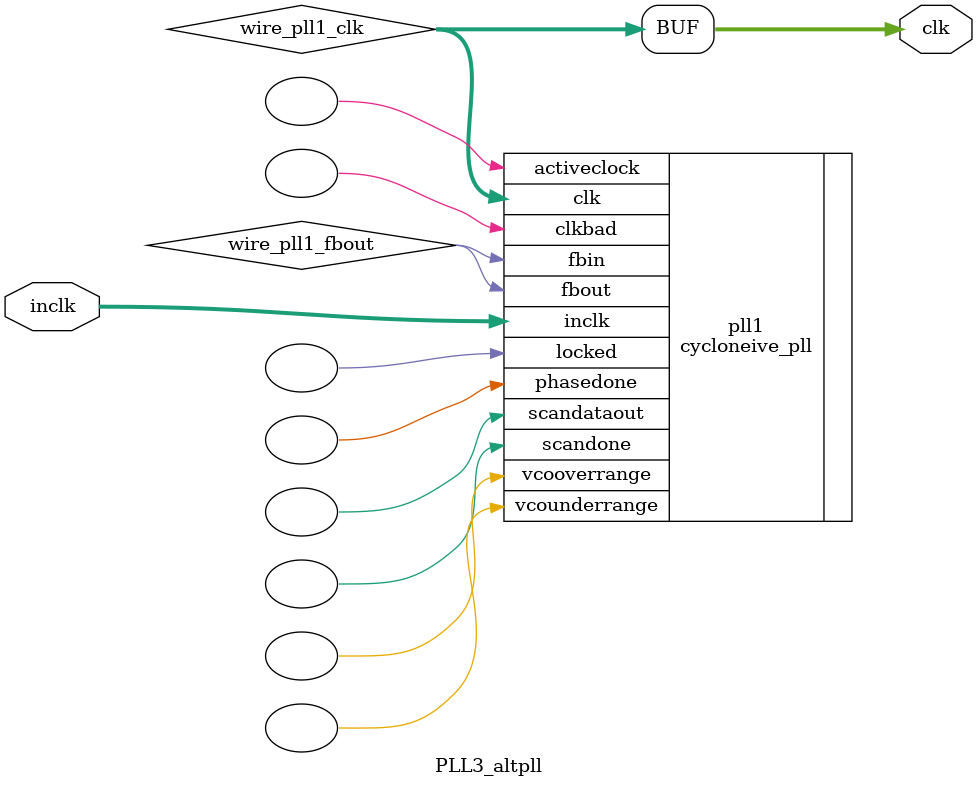
<source format=v>






//synthesis_resources = cycloneive_pll 1 
//synopsys translate_off
`timescale 1 ps / 1 ps
//synopsys translate_on
module  PLL3_altpll
	( 
	clk,
	inclk) /* synthesis synthesis_clearbox=1 */;
	output   [4:0]  clk;
	input   [1:0]  inclk;
`ifndef ALTERA_RESERVED_QIS
// synopsys translate_off
`endif
	tri0   [1:0]  inclk;
`ifndef ALTERA_RESERVED_QIS
// synopsys translate_on
`endif

	wire  [4:0]   wire_pll1_clk;
	wire  wire_pll1_fbout;

	cycloneive_pll   pll1
	( 
	.activeclock(),
	.clk(wire_pll1_clk),
	.clkbad(),
	.fbin(wire_pll1_fbout),
	.fbout(wire_pll1_fbout),
	.inclk(inclk),
	.locked(),
	.phasedone(),
	.scandataout(),
	.scandone(),
	.vcooverrange(),
	.vcounderrange()
	`ifndef FORMAL_VERIFICATION
	// synopsys translate_off
	`endif
	,
	.areset(1'b0),
	.clkswitch(1'b0),
	.configupdate(1'b0),
	.pfdena(1'b1),
	.phasecounterselect({3{1'b0}}),
	.phasestep(1'b0),
	.phaseupdown(1'b0),
	.scanclk(1'b0),
	.scanclkena(1'b1),
	.scandata(1'b0)
	`ifndef FORMAL_VERIFICATION
	// synopsys translate_on
	`endif
	);
	defparam
		pll1.bandwidth_type = "auto",
		pll1.clk1_divide_by = 40000,
		pll1.clk1_duty_cycle = 50,
		pll1.clk1_multiply_by = 1,
		pll1.clk1_phase_shift = "0",
		pll1.clk2_divide_by = 40000,
		pll1.clk2_duty_cycle = 50,
		pll1.clk2_multiply_by = 1,
		pll1.clk2_phase_shift = "0",
		pll1.compensate_clock = "clk2",
		pll1.inclk0_input_frequency = 20000,
		pll1.operation_mode = "normal",
		pll1.pll_type = "auto",
		pll1.lpm_type = "cycloneive_pll";
	assign
		clk = {wire_pll1_clk[4:0]};
endmodule //PLL3_altpll
//VALID FILE

</source>
